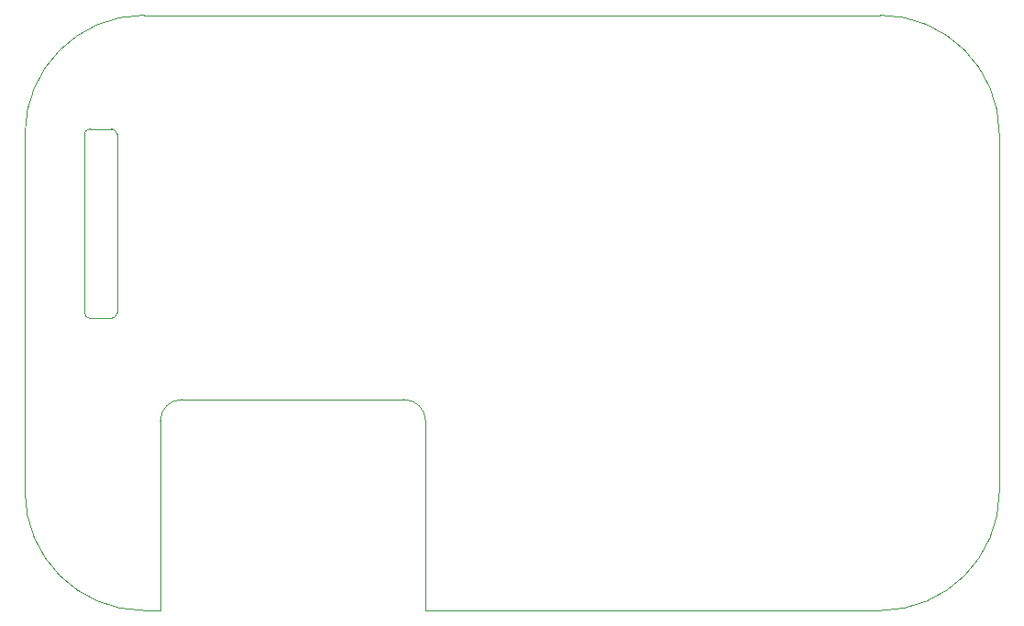
<source format=gbr>
%TF.GenerationSoftware,KiCad,Pcbnew,7.0.7*%
%TF.CreationDate,2023-09-09T23:22:34-07:00*%
%TF.ProjectId,gshps,67736870-732e-46b6-9963-61645f706362,rev?*%
%TF.SameCoordinates,Original*%
%TF.FileFunction,Profile,NP*%
%FSLAX46Y46*%
G04 Gerber Fmt 4.6, Leading zero omitted, Abs format (unit mm)*
G04 Created by KiCad (PCBNEW 7.0.7) date 2023-09-09 23:22:34*
%MOMM*%
%LPD*%
G01*
G04 APERTURE LIST*
%TA.AperFunction,Profile*%
%ADD10C,0.100000*%
%TD*%
G04 APERTURE END LIST*
D10*
X125000000Y-68000000D02*
X145500000Y-68000000D01*
X200500000Y-43500000D02*
G75*
G03*
X189500000Y-32500000I-11000000J0D01*
G01*
X116000000Y-60000000D02*
G75*
G03*
X116500000Y-60500000I500000J0D01*
G01*
X189500000Y-87500000D02*
G75*
G03*
X200500000Y-76500000I0J11000000D01*
G01*
X116000000Y-43500000D02*
X116000000Y-60000000D01*
X118500000Y-60500000D02*
G75*
G03*
X119000000Y-60000000I0J500000D01*
G01*
X110500000Y-76500000D02*
G75*
G03*
X121500000Y-87500000I11000000J0D01*
G01*
X123000000Y-87500000D02*
X123000000Y-70000000D01*
X125000000Y-68000000D02*
G75*
G03*
X123000000Y-70000000I0J-2000000D01*
G01*
X189500000Y-87500000D02*
X147500000Y-87500000D01*
X121500000Y-32500000D02*
X189500000Y-32500000D01*
X119000000Y-43500000D02*
G75*
G03*
X118500000Y-43000000I-500000J0D01*
G01*
X123000000Y-87500000D02*
X121500000Y-87500000D01*
X116500000Y-43000000D02*
X118500000Y-43000000D01*
X116500000Y-60500000D02*
X118500000Y-60500000D01*
X119000000Y-43500000D02*
X119000000Y-60000000D01*
X110500000Y-76500000D02*
X110500000Y-43500000D01*
X116500000Y-43000000D02*
G75*
G03*
X116000000Y-43500000I0J-500000D01*
G01*
X147500000Y-87500000D02*
X147500000Y-70000000D01*
X121500000Y-32500000D02*
G75*
G03*
X110500000Y-43500000I0J-11000000D01*
G01*
X147500000Y-70000000D02*
G75*
G03*
X145500000Y-68000000I-2000000J0D01*
G01*
X200500000Y-43500000D02*
X200500000Y-76500000D01*
M02*

</source>
